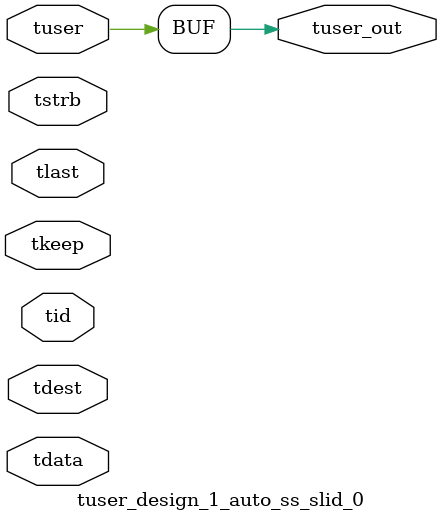
<source format=v>


`timescale 1ps/1ps

module tuser_design_1_auto_ss_slid_0 #
(
parameter C_S_AXIS_TUSER_WIDTH = 1,
parameter C_S_AXIS_TDATA_WIDTH = 32,
parameter C_S_AXIS_TID_WIDTH   = 0,
parameter C_S_AXIS_TDEST_WIDTH = 0,
parameter C_M_AXIS_TUSER_WIDTH = 1
)
(
input  [(C_S_AXIS_TUSER_WIDTH == 0 ? 1 : C_S_AXIS_TUSER_WIDTH)-1:0     ] tuser,
input  [(C_S_AXIS_TDATA_WIDTH == 0 ? 1 : C_S_AXIS_TDATA_WIDTH)-1:0     ] tdata,
input  [(C_S_AXIS_TID_WIDTH   == 0 ? 1 : C_S_AXIS_TID_WIDTH)-1:0       ] tid,
input  [(C_S_AXIS_TDEST_WIDTH == 0 ? 1 : C_S_AXIS_TDEST_WIDTH)-1:0     ] tdest,
input  [(C_S_AXIS_TDATA_WIDTH/8)-1:0 ] tkeep,
input  [(C_S_AXIS_TDATA_WIDTH/8)-1:0 ] tstrb,
input                                                                    tlast,
output [C_M_AXIS_TUSER_WIDTH-1:0] tuser_out
);

assign tuser_out = {tuser[19:0]};

endmodule


</source>
